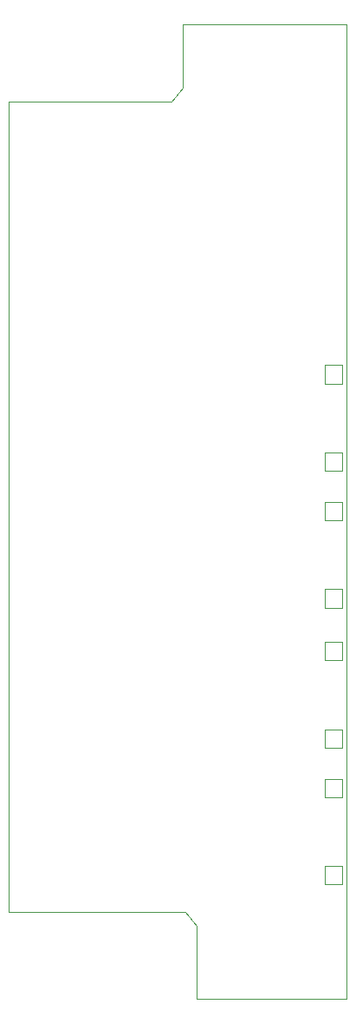
<source format=gbr>
%TF.GenerationSoftware,KiCad,Pcbnew,(6.0.7)*%
%TF.CreationDate,2022-09-07T21:25:36-07:00*%
%TF.ProjectId,waveblaster-to-midi-module,77617665-626c-4617-9374-65722d746f2d,rev?*%
%TF.SameCoordinates,PX525bfc0PY8670810*%
%TF.FileFunction,Profile,NP*%
%FSLAX46Y46*%
G04 Gerber Fmt 4.6, Leading zero omitted, Abs format (unit mm)*
G04 Created by KiCad (PCBNEW (6.0.7)) date 2022-09-07 21:25:36*
%MOMM*%
%LPD*%
G01*
G04 APERTURE LIST*
%TA.AperFunction,Profile*%
%ADD10C,0.100000*%
%TD*%
%TA.AperFunction,Profile*%
%ADD11C,0.010000*%
%TD*%
G04 APERTURE END LIST*
D10*
X190000000Y-148000000D02*
X189995606Y-53000000D01*
X172880000Y-60500000D02*
X156980000Y-60500000D01*
X156980000Y-60500000D02*
X156980000Y-139504424D01*
X175315000Y-148000000D02*
X190000000Y-148000000D01*
X175315000Y-140854424D02*
X175315000Y-148000000D01*
X174000000Y-53004424D02*
X174000000Y-59150000D01*
X189995606Y-53000000D02*
X174000000Y-53004424D01*
X174000000Y-59150000D02*
X172880000Y-60500000D01*
X174195000Y-139504424D02*
X175315000Y-140854424D01*
X156980000Y-139504424D02*
X174195000Y-139504424D01*
D11*
%TO.C,J3*%
X189580000Y-114986000D02*
X189580000Y-113186000D01*
X189580000Y-123486000D02*
X189580000Y-121686000D01*
X189580000Y-113186000D02*
X187880000Y-113186000D01*
X187880000Y-113186000D02*
X187880000Y-114986000D01*
X189580000Y-121686000D02*
X187880000Y-121686000D01*
X187880000Y-121686000D02*
X187880000Y-123486000D01*
X187880000Y-114986000D02*
X189580000Y-114986000D01*
X187880000Y-123486000D02*
X189580000Y-123486000D01*
%TO.C,J4*%
X189580000Y-126536000D02*
X187880000Y-126536000D01*
X187880000Y-128336000D02*
X189580000Y-128336000D01*
X187880000Y-126536000D02*
X187880000Y-128336000D01*
X187880000Y-135036000D02*
X187880000Y-136836000D01*
X189580000Y-135036000D02*
X187880000Y-135036000D01*
X189580000Y-128336000D02*
X189580000Y-126536000D01*
X187880000Y-136836000D02*
X189580000Y-136836000D01*
X189580000Y-136836000D02*
X189580000Y-135036000D01*
%TO.C,J5*%
X187880000Y-86200000D02*
X187880000Y-88000000D01*
X189580000Y-88000000D02*
X189580000Y-86200000D01*
X189580000Y-94700000D02*
X187880000Y-94700000D01*
X187880000Y-88000000D02*
X189580000Y-88000000D01*
X189580000Y-86200000D02*
X187880000Y-86200000D01*
X189580000Y-96500000D02*
X189580000Y-94700000D01*
X187880000Y-94700000D02*
X187880000Y-96500000D01*
X187880000Y-96500000D02*
X189580000Y-96500000D01*
%TO.C,J6*%
X187880000Y-109850000D02*
X189580000Y-109850000D01*
X187880000Y-108050000D02*
X187880000Y-109850000D01*
X189580000Y-101350000D02*
X189580000Y-99550000D01*
X189580000Y-99550000D02*
X187880000Y-99550000D01*
X187880000Y-101350000D02*
X189580000Y-101350000D01*
X189580000Y-109850000D02*
X189580000Y-108050000D01*
X187880000Y-99550000D02*
X187880000Y-101350000D01*
X189580000Y-108050000D02*
X187880000Y-108050000D01*
%TD*%
M02*

</source>
